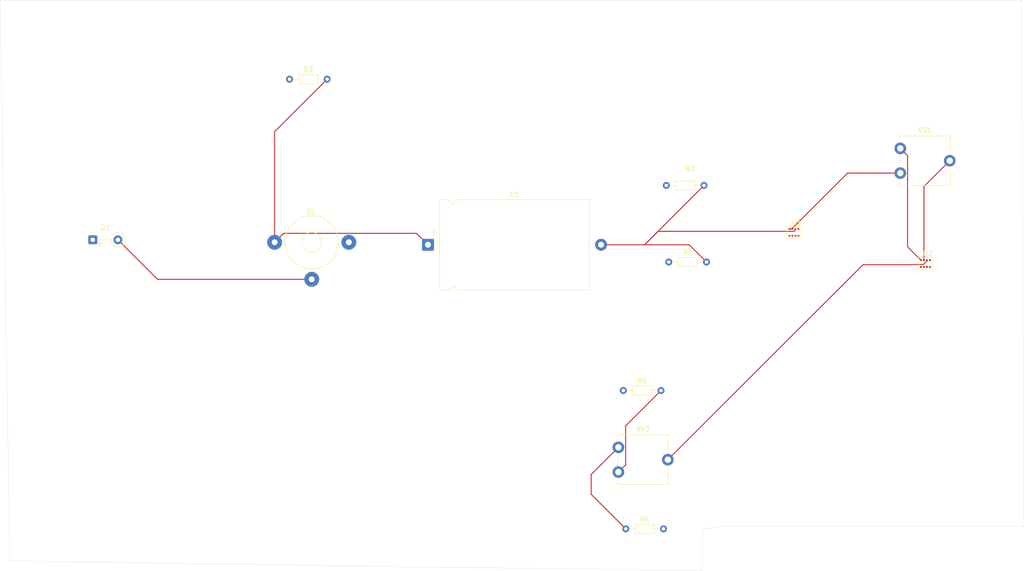
<source format=kicad_pcb>
(kicad_pcb (version 20241229) (generator "pcbnew") (generator_version "9.0")
  (layers (0 "F.Cu" signal) (2 "B.Cu" signal) (13 "F.Paste" user) (15 "B.Paste" user) (5 "F.SilkS" user "F.Silkscreen") (7 "B.SilkS" user "B.Silkscreen") (1 "F.Mask" user) (3 "B.Mask" user) (25 "Edge.Cuts" user))
  (net 0 "")
  (net 1 "Net-(Q1-C)")
  (net 2 "Net-(U1A-+)")
  (net 3 "Net-(D1-A)")
  (net 4 "5")
  (net 5 "GND")
  (net 6 "Net-(R4-Pad1)")
  (net 7 "Net-(R6-Pad2)")
  (net 8 "Net-(RV1-Pad3)")
  (net 9 "Net-(U1A--)")
  (net 10 "Net-(U2A--)")
  (net 11 "Net-(U2A-+)")
  (footprint "Diode_THT:D_A-405_P5.08mm_Vertical_KathodeUp" (layer "F.Cu") (at 49.735 101)
    (property "Reference" "D1" (at 2.54 -2.47 0) (layer "F.SilkS"))
    (property "Value" "D_Photo")
    (fp_line (start 3.61 0) (end 1.2 0) (stroke (width 0.12)) (layer "F.SilkS"))
    (fp_circle (center 5.08 0) (end 6.55 0) (stroke (width 0.12)) (fill no) (layer "F.SilkS"))
    (fp_text user "K" (at 1.6 0.9 0) (layer "F.SilkS"))
    (pad "1" thru_hole roundrect (at 0 0) (size 1.8 1.8) (drill 0.9) (layers "*.Cu" "*.Mask") (roundrect_rratio 0.138889) (net 4 "5"))
    (pad "2" thru_hole circle (at 5.08 0) (size 1.8 1.8) (drill 0.9) (layers "*.Cu" "*.Mask") (net 3 "Net-(D1-A)"))
  )
  (footprint "Capacitor_THT:CP_Axial_L30.0mm_D18.0mm_P35.00mm_Horizontal" (layer "F.Cu") (at 117.5 102)
    (property "Reference" "C1" (at 17.5 -10.12 0) (layer "F.SilkS"))
    (property "Value" "1n")
    (fp_line (start 0.28 -2.6) (end 2.08 -2.6) (stroke (width 0.12)) (layer "F.SilkS"))
    (fp_line (start 1.18 -3.5) (end 1.18 -1.7) (stroke (width 0.12)) (layer "F.SilkS"))
    (fp_line (start 1.44 0) (end 2.38 0) (stroke (width 0.12)) (layer "F.SilkS"))
    (fp_line (start 2.38 -9.12) (end 2.38 9.12) (stroke (width 0.12)) (layer "F.SilkS"))
    (fp_line (start 2.38 -9.12) (end 4.18 -9.12) (stroke (width 0.12)) (layer "F.SilkS"))
    (fp_line (start 2.38 9.12) (end 4.18 9.12) (stroke (width 0.12)) (layer "F.SilkS"))
    (fp_line (start 4.18 -9.12) (end 5.08 -8.22) (stroke (width 0.12)) (layer "F.SilkS"))
    (fp_line (start 4.18 9.12) (end 5.08 8.22) (stroke (width 0.12)) (layer "F.SilkS"))
    (fp_line (start 5.08 -8.22) (end 5.98 -9.12) (stroke (width 0.12)) (layer "F.SilkS"))
    (fp_line (start 5.08 8.22) (end 5.98 9.12) (stroke (width 0.12)) (layer "F.SilkS"))
    (fp_line (start 5.98 -9.12) (end 32.62 -9.12) (stroke (width 0.12)) (layer "F.SilkS"))
    (fp_line (start 5.98 9.12) (end 32.62 9.12) (stroke (width 0.12)) (layer "F.SilkS"))
    (fp_line (start 32.62 -9.12) (end 32.62 9.12) (stroke (width 0.12)) (layer "F.SilkS"))
    (fp_line (start 33.56 0) (end 32.62 0) (stroke (width 0.12)) (layer "F.SilkS"))
    (pad "1" thru_hole roundrect (at 0 0) (size 2.4 2.4) (drill 1.2) (layers "*.Cu" "*.Mask") (roundrect_rratio 0.104167) (net 1 "Net-(Q1-C)"))
    (pad "2" thru_hole circle (at 35 0) (size 2.4 2.4) (drill 1.2) (layers "*.Cu" "*.Mask") (net 2 "Net-(U1A-+)"))
  )
  (footprint "Resistor_THT:R_Axial_DIN0204_L3.6mm_D1.6mm_P7.62mm_Horizontal" (layer "F.Cu") (at 89.5 68.5)
    (property "Reference" "R3" (at 3.81 -1.92 0) (layer "F.SilkS"))
    (property "Value" "200K")
    (fp_line (start 0.94 0) (end 1.89 0) (stroke (width 0.12)) (layer "F.SilkS"))
    (fp_line (start 6.68 0) (end 5.73 0) (stroke (width 0.12)) (layer "F.SilkS"))
    (fp_rect (start 1.89 -0.92) (end 5.73 0.92) (stroke (width 0.12)) (fill no) (layer "F.SilkS"))
    (pad "1" thru_hole circle (at 0 0) (size 1.4 1.4) (drill 0.7) (layers "*.Cu" "*.Mask") (net 4 "5"))
    (pad "2" thru_hole circle (at 7.62 0) (size 1.4 1.4) (drill 0.7) (layers "*.Cu" "*.Mask") (net 1 "Net-(Q1-C)"))
  )
  (footprint "Potentiometer_THT:Potentiometer_ACP_CA9-V10_Vertical_Hole" (layer "F.Cu") (at 213 87.5)
    (property "Reference" "RV1" (at 5 -8.65 0) (layer "F.SilkS"))
    (property "Value" "100K")
    (fp_line (start -0.11 -7.51) (end 10.11 -7.51) (stroke (width 0.12)) (layer "F.SilkS"))
    (fp_line (start -0.11 -6.396) (end -0.11 -7.51) (stroke (width 0.12)) (layer "F.SilkS"))
    (fp_line (start -0.11 -1.396) (end -0.11 -3.604) (stroke (width 0.12)) (layer "F.SilkS"))
    (fp_line (start -0.11 2.51) (end -0.11 1.396) (stroke (width 0.12)) (layer "F.SilkS"))
    (fp_line (start 10.11 -7.51) (end 10.11 -3.896) (stroke (width 0.12)) (layer "F.SilkS"))
    (fp_line (start 10.11 -1.104) (end 10.11 2.51) (stroke (width 0.12)) (layer "F.SilkS"))
    (fp_line (start 10.11 2.51) (end -0.11 2.51) (stroke (width 0.12)) (layer "F.SilkS"))
    (pad "" np_thru_hole circle (at 5 -2.5) (size 4 4) (drill 4) (layers "*.Cu" "*.Mask"))
    (pad "1" thru_hole circle (at 0 0) (size 2.34 2.34) (drill 1.3) (layers "*.Cu" "*.Mask") (net 9 "Net-(U1A--)"))
    (pad "2" thru_hole circle (at 10 -2.5) (size 2.34 2.34) (drill 1.3) (layers "*.Cu" "*.Mask") (net 10 "Net-(U2A--)"))
    (pad "3" thru_hole circle (at 0 -5) (size 2.34 2.34) (drill 1.3) (layers "*.Cu" "*.Mask") (net 8 "Net-(RV1-Pad3)"))
  )
  (footprint "OptoDevice:Broadcom_APDS-9160-003" (layer "F.Cu") (at 218.085 105.81)
    (property "Reference" "U2" (at 0.5 -2 0) (layer "F.SilkS"))
    (property "Value" "LM358")
    (fp_line (start -1.4 -0.83) (end -1.4 1.15) (stroke (width 0.12)) (layer "F.SilkS"))
    (fp_line (start -1.4 1.15) (end 1.4 1.15) (stroke (width 0.12)) (layer "F.SilkS"))
    (fp_line (start 1.4 -1.15) (end -1.04 -1.15) (stroke (width 0.12)) (layer "F.SilkS"))
    (fp_line (start 1.4 -1.15) (end 1.4 1.15) (stroke (width 0.12)) (layer "F.SilkS"))
    (fp_poly (pts (xy -1.4 -1.1) (xy -1.4 -1.3) (xy -1.6 -1.1)) (stroke (width 0.1)) (fill yes) (layer "F.SilkS"))
    (pad "1" smd roundrect (at -0.915 -0.69) (size 0.4 0.35) (layers "F.Cu" "F.Mask" "F.Paste") (net 8 "Net-(RV1-Pad3)"))
    (pad "2" smd roundrect (at -0.305 -0.69) (size 0.4 0.35) (layers "F.Cu" "F.Mask" "F.Paste") (net 10 "Net-(U2A--)"))
    (pad "3" smd roundrect (at 0.305 -0.69) (size 0.4 0.35) (layers "F.Cu" "F.Mask" "F.Paste") (net 11 "Net-(U2A-+)"))
    (pad "4" smd roundrect (at 0.915 -0.69) (size 0.4 0.35) (layers "F.Cu" "F.Mask" "F.Paste"))
    (pad "5" smd roundrect (at 0.915 0.69) (size 0.4 0.35) (layers "F.Cu" "F.Mask" "F.Paste"))
    (pad "6" smd roundrect (at 0.305 0.69) (size 0.4 0.35) (layers "F.Cu" "F.Mask" "F.Paste"))
    (pad "7" smd roundrect (at -0.305 0.69) (size 0.4 0.35) (layers "F.Cu" "F.Mask" "F.Paste"))
    (pad "8" smd roundrect (at -0.915 0.69) (size 0.4 0.35) (layers "F.Cu" "F.Mask" "F.Paste"))
  )
  (footprint "Potentiometer_THT:Potentiometer_ACP_CA9-V10_Vertical_Hole" (layer "F.Cu") (at 156 148)
    (property "Reference" "RV2" (at 5 -8.65 0) (layer "F.SilkS"))
    (property "Value" "200")
    (fp_line (start -0.11 -7.51) (end 10.11 -7.51) (stroke (width 0.12)) (layer "F.SilkS"))
    (fp_line (start -0.11 -6.396) (end -0.11 -7.51) (stroke (width 0.12)) (layer "F.SilkS"))
    (fp_line (start -0.11 -1.396) (end -0.11 -3.604) (stroke (width 0.12)) (layer "F.SilkS"))
    (fp_line (start -0.11 2.51) (end -0.11 1.396) (stroke (width 0.12)) (layer "F.SilkS"))
    (fp_line (start 10.11 -7.51) (end 10.11 -3.896) (stroke (width 0.12)) (layer "F.SilkS"))
    (fp_line (start 10.11 -1.104) (end 10.11 2.51) (stroke (width 0.12)) (layer "F.SilkS"))
    (fp_line (start 10.11 2.51) (end -0.11 2.51) (stroke (width 0.12)) (layer "F.SilkS"))
    (pad "" np_thru_hole circle (at 5 -2.5) (size 4 4) (drill 4) (layers "*.Cu" "*.Mask"))
    (pad "1" thru_hole circle (at 0 0) (size 2.34 2.34) (drill 1.3) (layers "*.Cu" "*.Mask") (net 7 "Net-(R6-Pad2)"))
    (pad "2" thru_hole circle (at 10 -2.5) (size 2.34 2.34) (drill 1.3) (layers "*.Cu" "*.Mask") (net 11 "Net-(U2A-+)"))
    (pad "3" thru_hole circle (at 0 -5) (size 2.34 2.34) (drill 1.3) (layers "*.Cu" "*.Mask") (net 6 "Net-(R4-Pad1)"))
  )
  (footprint "Resistor_THT:R_Axial_DIN0204_L3.6mm_D1.6mm_P7.62mm_Horizontal" (layer "F.Cu") (at 166.19 105.5)
    (property "Reference" "R1" (at 3.81 -1.92 0) (layer "F.SilkS"))
    (property "Value" "1M")
    (fp_line (start 0.94 0) (end 1.89 0) (stroke (width 0.12)) (layer "F.SilkS"))
    (fp_line (start 6.68 0) (end 5.73 0) (stroke (width 0.12)) (layer "F.SilkS"))
    (fp_rect (start 1.89 -0.92) (end 5.73 0.92) (stroke (width 0.12)) (fill no) (layer "F.SilkS"))
    (pad "1" thru_hole circle (at 0 0) (size 1.4 1.4) (drill 0.7) (layers "*.Cu" "*.Mask") (net 5 "GND"))
    (pad "2" thru_hole circle (at 7.62 0) (size 1.4 1.4) (drill 0.7) (layers "*.Cu" "*.Mask") (net 2 "Net-(U1A-+)"))
  )
  (footprint "Resistor_THT:R_Axial_DIN0204_L3.6mm_D1.6mm_P7.62mm_Horizontal" (layer "F.Cu") (at 165.69 90)
    (property "Reference" "R2" (at 4.78 -3.35 0) (layer "F.SilkS"))
    (property "Value" "680K")
    (fp_line (start 0.94 0) (end 1.89 0) (stroke (width 0.12)) (layer "F.SilkS"))
    (fp_line (start 6.68 0) (end 5.73 0) (stroke (width 0.12)) (layer "F.SilkS"))
    (fp_rect (start 1.89 -0.92) (end 5.73 0.92) (stroke (width 0.12)) (fill no) (layer "F.SilkS"))
    (pad "1" thru_hole circle (at 0 0) (size 1.4 1.4) (drill 0.7) (layers "*.Cu" "*.Mask") (net 4 "5"))
    (pad "2" thru_hole circle (at 7.62 0) (size 1.4 1.4) (drill 0.7) (layers "*.Cu" "*.Mask") (net 2 "Net-(U1A-+)"))
  )
  (footprint "Resistor_THT:R_Axial_DIN0204_L3.6mm_D1.6mm_P7.62mm_Horizontal" (layer "F.Cu") (at 157 131.5)
    (property "Reference" "R6" (at 3.81 -1.92 0) (layer "F.SilkS"))
    (property "Value" "680")
    (fp_line (start 0.94 0) (end 1.89 0) (stroke (width 0.12)) (layer "F.SilkS"))
    (fp_line (start 6.68 0) (end 5.73 0) (stroke (width 0.12)) (layer "F.SilkS"))
    (fp_rect (start 1.89 -0.92) (end 5.73 0.92) (stroke (width 0.12)) (fill no) (layer "F.SilkS"))
    (pad "1" thru_hole circle (at 0 0) (size 1.4 1.4) (drill 0.7) (layers "*.Cu" "*.Mask") (net 4 "5"))
    (pad "2" thru_hole circle (at 7.62 0) (size 1.4 1.4) (drill 0.7) (layers "*.Cu" "*.Mask") (net 7 "Net-(R6-Pad2)"))
  )
  (footprint "Transformer_THT:Autotransformer_Toroid_1Tap_Horizontal_D10.5mm_Amidon-T37" (layer "F.Cu") (at 86.5 101.5)
    (property "Reference" "Q1" (at 7.4 -6.2 0) (layer "F.SilkS"))
    (property "Value" "BC337")
    (fp_circle (center 7.5 0) (end 9.5 0) (stroke (width 0.12)) (fill no) (layer "F.SilkS"))
    (fp_circle (center 7.5 0) (end 12.9 0) (stroke (width 0.12)) (fill no) (layer "F.SilkS"))
    (pad "1" thru_hole circle (at 0 0) (size 3 3) (drill 1.2) (layers "*.Cu" "*.Mask") (net 1 "Net-(Q1-C)"))
    (pad "2" thru_hole circle (at 7.5 7.5) (size 3 3) (drill 1.2) (layers "*.Cu" "*.Mask") (net 3 "Net-(D1-A)"))
    (pad "3" thru_hole circle (at 15 0) (size 3 3) (drill 1.2) (layers "*.Cu" "*.Mask") (net 5 "GND"))
  )
  (footprint "OptoDevice:Broadcom_APDS-9160-003" (layer "F.Cu") (at 191.5 99.5)
    (property "Reference" "U1" (at 0.5 -2 0) (layer "F.SilkS"))
    (property "Value" "LM358")
    (fp_line (start -1.4 -0.83) (end -1.4 1.15) (stroke (width 0.12)) (layer "F.SilkS"))
    (fp_line (start -1.4 1.15) (end 1.4 1.15) (stroke (width 0.12)) (layer "F.SilkS"))
    (fp_line (start 1.4 -1.15) (end -1.04 -1.15) (stroke (width 0.12)) (layer "F.SilkS"))
    (fp_line (start 1.4 -1.15) (end 1.4 1.15) (stroke (width 0.12)) (layer "F.SilkS"))
    (fp_poly (pts (xy -1.4 -1.1) (xy -1.4 -1.3) (xy -1.6 -1.1)) (stroke (width 0.1)) (fill yes) (layer "F.SilkS"))
    (pad "1" smd roundrect (at -0.915 -0.69) (size 0.4 0.35) (layers "F.Cu" "F.Mask" "F.Paste") (net 9 "Net-(U1A--)"))
    (pad "2" smd roundrect (at -0.305 -0.69) (size 0.4 0.35) (layers "F.Cu" "F.Mask" "F.Paste") (net 9 "Net-(U1A--)"))
    (pad "3" smd roundrect (at 0.305 -0.69) (size 0.4 0.35) (layers "F.Cu" "F.Mask" "F.Paste") (net 2 "Net-(U1A-+)"))
    (pad "4" smd roundrect (at 0.915 -0.69) (size 0.4 0.35) (layers "F.Cu" "F.Mask" "F.Paste"))
    (pad "5" smd roundrect (at 0.915 0.69) (size 0.4 0.35) (layers "F.Cu" "F.Mask" "F.Paste"))
    (pad "6" smd roundrect (at 0.305 0.69) (size 0.4 0.35) (layers "F.Cu" "F.Mask" "F.Paste"))
    (pad "7" smd roundrect (at -0.305 0.69) (size 0.4 0.35) (layers "F.Cu" "F.Mask" "F.Paste"))
    (pad "8" smd roundrect (at -0.915 0.69) (size 0.4 0.35) (layers "F.Cu" "F.Mask" "F.Paste"))
  )
  (footprint "Resistor_THT:R_Axial_DIN0204_L3.6mm_D1.6mm_P7.62mm_Horizontal" (layer "F.Cu") (at 157.5 159.5)
    (property "Reference" "R4" (at 3.81 -1.92 0) (layer "F.SilkS"))
    (property "Value" "330")
    (fp_line (start 0.94 0) (end 1.89 0) (stroke (width 0.12)) (layer "F.SilkS"))
    (fp_line (start 6.68 0) (end 5.73 0) (stroke (width 0.12)) (layer "F.SilkS"))
    (fp_rect (start 1.89 -0.92) (end 5.73 0.92) (stroke (width 0.12)) (fill no) (layer "F.SilkS"))
    (pad "1" thru_hole circle (at 0 0) (size 1.4 1.4) (drill 0.7) (layers "*.Cu" "*.Mask") (net 6 "Net-(R4-Pad1)"))
    (pad "2" thru_hole circle (at 7.62 0) (size 1.4 1.4) (drill 0.7) (layers "*.Cu" "*.Mask") (net 5 "GND"))
  )
  (gr_line (start 173 168) (end 173 159.5) (stroke (width 0.05)) (layer "Edge.Cuts"))
  (gr_line (start 237.5 52.5) (end 31 52.5) (stroke (width 0.05)) (layer "Edge.Cuts"))
  (gr_line (start 177 159) (end 238 159) (stroke (width 0.05)) (layer "Edge.Cuts"))
  (gr_line (start 238 159) (end 237.5 52.5) (stroke (width 0.05)) (layer "Edge.Cuts"))
  (gr_line (start 31 52.5) (end 33 166) (stroke (width 0.05)) (layer "Edge.Cuts"))
  (gr_line (start 33 166) (end 173 168) (stroke (width 0.05)) (layer "Edge.Cuts"))
  (gr_line (start 173 159.5) (end 177 159) (stroke (width 0.05)) (layer "Edge.Cuts"))
  (segment (start 97.12 68.5) (end 86.5 79.12) (width 0.2) (layer "F.Cu") (net 1))
  (segment (start 86.5 79.12) (end 86.5 101.5) (width 0.2) (layer "F.Cu") (net 1))
  (segment (start 117.5 102) (end 115.199 99.699) (width 0.2) (layer "F.Cu") (net 1))
  (segment (start 88.301 99.699) (end 86.5 101.5) (width 0.2) (layer "F.Cu") (net 1))
  (segment (start 115.199 99.699) (end 88.301 99.699) (width 0.2) (layer "F.Cu") (net 1))
  (segment (start 161.31 102) (end 164.024 99.286) (width 0.2) (layer "F.Cu") (net 2))
  (segment (start 161.31 102) (end 173.31 90) (width 0.2) (layer "F.Cu") (net 2))
  (segment (start 152.5 102) (end 161.31 102) (width 0.2) (layer "F.Cu") (net 2))
  (segment (start 191.503999 99.286) (end 191.805 98.984999) (width 0.2) (layer "F.Cu") (net 2))
  (segment (start 161.31 102) (end 170.31 102) (width 0.2) (layer "F.Cu") (net 2))
  (segment (start 191.805 98.984999) (end 191.805 98.81) (width 0.2) (layer "F.Cu") (net 2))
  (segment (start 170.31 102) (end 173.81 105.5) (width 0.2) (layer "F.Cu") (net 2))
  (segment (start 164.024 99.286) (end 191.503999 99.286) (width 0.2) (layer "F.Cu") (net 2))
  (segment (start 54.815 101) (end 62.815 109) (width 0.2) (layer "F.Cu") (net 3))
  (segment (start 62.815 109) (end 94 109) (width 0.2) (layer "F.Cu") (net 3))
  (segment (start 54.815 101) (end 54.815 101.315) (width 0.2) (layer "F.Cu") (net 3))
  (segment (start 54.815 101.315) (end 55 101.5) (width 0.2) (layer "F.Cu") (net 3))
  (segment (start 150.5 148.5) (end 150.5 152.5) (width 0.2) (layer "F.Cu") (net 6))
  (segment (start 156 143) (end 150.5 148.5) (width 0.2) (layer "F.Cu") (net 6))
  (segment (start 150.5 152.5) (end 157.5 159.5) (width 0.2) (layer "F.Cu") (net 6))
  (segment (start 157.471 138.649) (end 164.62 131.5) (width 0.2) (layer "F.Cu") (net 7))
  (segment (start 156 148) (end 157.471 146.529) (width 0.2) (layer "F.Cu") (net 7))
  (segment (start 157.471 146.529) (end 157.471 138.649) (width 0.2) (layer "F.Cu") (net 7))
  (segment (start 213 82.5) (end 214.471 83.971) (width 0.2) (layer "F.Cu") (net 8))
  (segment (start 214.471 83.971) (end 214.471 102.421) (width 0.2) (layer "F.Cu") (net 8))
  (segment (start 214.471 102.421) (end 217.17 105.12) (width 0.2) (layer "F.Cu") (net 8))
  (segment (start 202.330001 87.5) (end 213 87.5) (width 0.2) (layer "F.Cu") (net 9))
  (segment (start 191.195 98.81) (end 191.195 98.635001) (width 0.2) (layer "F.Cu") (net 9))
  (segment (start 192.665001 97.165001) (end 202.330001 87.5) (width 0.2) (layer "F.Cu") (net 9))
  (segment (start 190.585 98.81) (end 191.020002 98.81) (width 0.2) (layer "F.Cu") (net 9))
  (segment (start 191.020002 98.81) (end 192.665001 97.165001) (width 0.2) (layer "F.Cu") (net 9))
  (segment (start 191.195 98.635001) (end 192.665001 97.165001) (width 0.2) (layer "F.Cu") (net 9))
  (segment (start 217.78 90.22) (end 217.78 105.12) (width 0.2) (layer "F.Cu") (net 10))
  (segment (start 223 85) (end 217.78 90.22) (width 0.2) (layer "F.Cu") (net 10))
  (segment (start 218.39 105.261848) (end 217.627848 106.024) (width 0.2) (layer "F.Cu") (net 11))
  (segment (start 218.39 105.12) (end 218.39 105.261848) (width 0.2) (layer "F.Cu") (net 11))
  (segment (start 217.627848 106.024) (end 205.476 106.024) (width 0.2) (layer "F.Cu") (net 11))
  (segment (start 205.476 106.024) (end 166 145.5) (width 0.2) (layer "F.Cu") (net 11))
)
</source>
